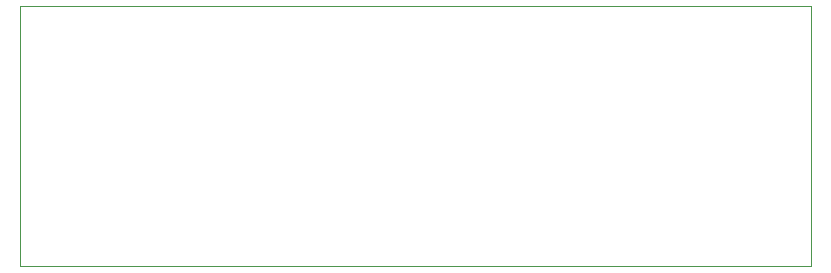
<source format=gbr>
%TF.GenerationSoftware,KiCad,Pcbnew,9.0.4*%
%TF.CreationDate,2025-09-14T11:53:58+01:00*%
%TF.ProjectId,dc_power_headers,64635f70-6f77-4657-925f-686561646572,rev?*%
%TF.SameCoordinates,Original*%
%TF.FileFunction,Profile,NP*%
%FSLAX46Y46*%
G04 Gerber Fmt 4.6, Leading zero omitted, Abs format (unit mm)*
G04 Created by KiCad (PCBNEW 9.0.4) date 2025-09-14 11:53:58*
%MOMM*%
%LPD*%
G01*
G04 APERTURE LIST*
%TA.AperFunction,Profile*%
%ADD10C,0.050000*%
%TD*%
G04 APERTURE END LIST*
D10*
X110000000Y-67500000D02*
X177000000Y-67500000D01*
X177000000Y-89500000D01*
X110000000Y-89500000D01*
X110000000Y-67500000D01*
M02*

</source>
